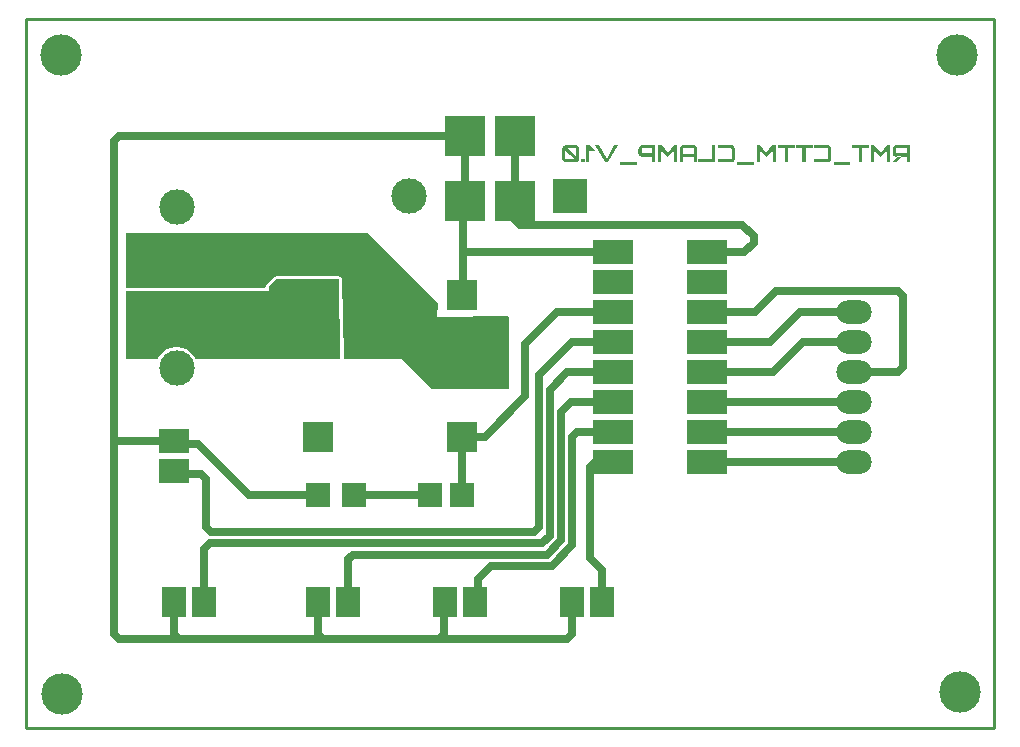
<source format=gbr>
%FSTAX23Y23*%
%MOIN*%
%SFA1B1*%

%IPPOS*%
%ADD10R,0.098425X0.098425*%
%ADD11R,0.137795X0.137795*%
%ADD12R,0.118110X0.118110*%
%ADD13C,0.118110*%
%ADD14R,0.137795X0.137795*%
%ADD15R,0.078740X0.098425*%
%ADD16O,0.118110X0.078740*%
%ADD17R,0.137795X0.078740*%
%ADD18R,0.098425X0.078740*%
%ADD19C,0.137795*%
%ADD20R,0.078740X0.078740*%
%ADD21R,0.078740X0.078740*%
%ADD22C,0.010000*%
%ADD23C,0.027559*%
%LNclamp_pcb_copper_signal_bot-1*%
%LPD*%
G36*
X01049Y01233D02*
X01046Y0123D01*
X00565*
X00564Y01232*
X00556Y01243*
X00547Y01253*
X00535Y01261*
X00523Y01266*
X00509Y01269*
X00496*
X00482Y01266*
X0047Y01261*
X00459Y01253*
X00449Y01243*
X00441Y01232*
X0044Y0123*
X00335*
Y01455*
X0081*
Y0147*
X00835Y01495*
X01045*
X01049Y01233*
G37*
G36*
X01375Y01415D02*
X0137Y0137D01*
X01606Y01372*
X0161Y01369*
Y0113*
X01355*
X01255Y0123*
X01064*
X0106Y01233*
X0106Y01233*
X01055Y01495*
X01054Y01497*
X01054Y01498*
X01054Y01498*
X01054Y01499*
X01053Y015*
X01052Y01502*
X01052Y01502*
X01052Y01502*
X0105Y01503*
X01048Y01504*
X01048Y01504*
X01048Y01504*
X01046Y01504*
X01045Y01505*
X00835*
X00831Y01504*
X00827Y01502*
X00802Y01477*
X008Y01473*
X00799Y0147*
Y01465*
X00335*
Y0165*
X0114*
X01375Y01415*
G37*
G36*
X01898Y01921D02*
X01884D01*
X01879Y01926*
Y01885*
X01869*
Y01941*
X01881*
X01898Y01921*
G37*
G36*
X02882Y01885D02*
X02871D01*
Y01926*
X0285Y01901*
X02828Y01926*
Y01885*
X02818*
Y01941*
X02829*
X0285Y01917*
X0287Y01941*
X02882*
Y01885*
G37*
G36*
X02501D02*
X0249D01*
Y01926*
X02469Y01901*
X02447Y01926*
Y01885*
X02437*
Y01941*
X02449*
X02469Y01917*
X02489Y01941*
X02501*
Y01885*
G37*
G36*
X02172D02*
X02161D01*
Y01926*
X0214Y01901*
X02118Y01926*
Y01885*
X02108*
Y01941*
X0212*
X0214Y01917*
X0216Y01941*
X02172*
Y01885*
G37*
G36*
X02946D02*
X02936D01*
Y01904*
X02918Y01904*
X02901Y01885*
X0289*
X0289Y01888*
X02904Y01904*
X02918Y01904*
X02918Y01905*
X02905*
X02904Y01904*
X02901Y01904*
X029Y01904*
X02899Y01904*
X02898Y01905*
X02897Y01905*
X02896Y01905*
X02896Y01905*
X02895Y01905*
X02895Y01906*
X02894Y01906*
X02894Y01907*
X02893Y01907*
X02892Y01908*
X02892Y01909*
X02892Y01909*
X02891Y0191*
X02891Y0191*
X02891Y01911*
X02891Y01912*
X0289Y01912*
X0289Y01913*
X0289Y01914*
X0289Y01915*
Y01915*
Y01915*
Y0193*
X0289Y01931*
X0289Y01932*
X0289Y01933*
X02891Y01934*
X02891Y01935*
X02891Y01935*
X02891Y01936*
X02891Y01936*
X02892Y01937*
X02893Y01937*
X02893Y01938*
X02894Y01939*
X02894Y01939*
X02895Y01939*
X02895Y0194*
X02895Y0194*
X02896Y0194*
X02897Y01941*
X02898Y01941*
X02899Y01941*
X029Y01941*
X029Y01941*
X02946*
Y01885*
G37*
G36*
X01941D02*
X01932D01*
X01899Y01941*
X01911*
X01936Y01897*
X01962Y01941*
X01974*
X01941Y01885*
G37*
G36*
X02812Y01931D02*
X02789Y01931D01*
Y01885*
X02778*
X02778Y01931*
X02755Y01931*
Y01941*
X02812*
Y01931*
G37*
G36*
X02675Y01941D02*
X02676Y01941D01*
X02676Y01941*
X02677Y01941*
X02678Y0194*
X02679Y0194*
X02679Y0194*
X02679Y0194*
X0268Y01939*
X02681Y01939*
X02681Y01938*
X02682Y01937*
X02682Y01937*
X02683Y01936*
X02683Y01936*
X02683Y01936*
X02683Y01935*
X02684Y01934*
X02684Y01933*
X02684Y01932*
X02684Y01931*
X02684Y01931*
Y01931*
Y0193*
Y01896*
X02684Y01895*
X02684Y01894*
X02684Y01893*
X02684Y01892*
X02683Y01891*
X02683Y01891*
X02683Y0189*
X02683Y0189*
X02682Y01889*
X02682Y01889*
X02681Y01888*
X0268Y01887*
X0268Y01887*
X02679Y01887*
X02679Y01886*
X02679Y01886*
X02678Y01886*
X02677Y01885*
X02676Y01885*
X02675Y01885*
X02675Y01885*
X02674Y01885*
X02628*
Y01895*
X02671*
X02672Y01895*
X02673Y01896*
X02673Y01896*
X02673Y01896*
X02674Y01897*
X02674Y01897*
X02674Y01898*
Y01898*
Y01898*
Y01928*
X02674Y01929*
X02674Y0193*
X02673Y0193*
X02673Y0193*
X02673Y01931*
X02672Y01931*
X02671Y01931*
X02628*
Y01941*
X02673*
X02675Y01941*
G37*
G36*
X02623Y01931D02*
X026Y01931D01*
Y01885*
X02589*
X02589Y01931*
X02566Y01931*
Y01941*
X02623*
Y01931*
G37*
G36*
X02563D02*
X0254Y01931D01*
Y01885*
X0253*
X0253Y01931*
X02507Y01931*
Y01941*
X02563*
Y01931*
G37*
G36*
X02353Y01941D02*
X02354Y01941D01*
X02355Y01941*
X02356Y01941*
X02357Y0194*
X02357Y0194*
X02358Y0194*
X02358Y0194*
X02358Y01939*
X02359Y01939*
X0236Y01938*
X0236Y01937*
X02361Y01937*
X02361Y01936*
X02361Y01936*
X02362Y01936*
X02362Y01935*
X02362Y01934*
X02363Y01933*
X02363Y01932*
X02363Y01931*
X02363Y01931*
Y01931*
Y0193*
Y01896*
X02363Y01895*
X02363Y01894*
X02363Y01893*
X02362Y01892*
X02362Y01891*
X02362Y01891*
X02362Y0189*
X02362Y0189*
X02361Y01889*
X0236Y01889*
X0236Y01888*
X02359Y01887*
X02358Y01887*
X02358Y01887*
X02358Y01886*
X02358Y01886*
X02357Y01886*
X02356Y01885*
X02355Y01885*
X02354Y01885*
X02353Y01885*
X02353Y01885*
X02307*
Y01895*
X0235*
X02351Y01895*
X02351Y01896*
X02352Y01896*
X02352Y01896*
X02352Y01897*
X02353Y01897*
X02353Y01898*
Y01898*
Y01898*
Y01928*
X02353Y01929*
X02352Y0193*
X02352Y0193*
X02352Y0193*
X02351Y01931*
X02351Y01931*
X0235Y01931*
X02307*
Y01941*
X02352*
X02353Y01941*
G37*
G36*
X02298Y01885D02*
X02242D01*
Y01895*
X02288*
Y01941*
X02298*
Y01885*
G37*
G36*
X02227Y01941D02*
X02228Y01941D01*
X02229Y01941*
X0223Y01941*
X02231Y0194*
X02231Y0194*
X02232Y0194*
X02232Y0194*
X02233Y01939*
X02233Y01939*
X02234Y01938*
X02235Y01937*
X02235Y01937*
X02235Y01936*
X02236Y01936*
X02236Y01936*
X02236Y01935*
X02237Y01934*
X02237Y01933*
X02237Y01932*
X02237Y01931*
X02237Y01931*
Y01931*
Y0193*
Y01885*
X02227*
Y01904*
X02191*
Y01885*
X02181*
Y0193*
X02181Y01931*
X02181Y01933*
X02181Y01933*
X02181Y01934*
X02182Y01935*
X02182Y01935*
X02182Y01936*
X02182Y01936*
X02183Y01937*
X02183Y01937*
X02184Y01938*
X02185Y01939*
X02185Y01939*
X02186Y0194*
X02186Y0194*
X02186Y0194*
X02187Y0194*
X02188Y01941*
X02189Y01941*
X0219Y01941*
X02191Y01941*
X02191Y01941*
X02226*
X02227Y01941*
G37*
G36*
X02099Y01885D02*
X02089D01*
Y01904*
X02053Y01904*
X02052Y01904*
X02051Y01904*
X0205Y01905*
X0205Y01905*
X02049Y01905*
X02048Y01905*
X02048Y01905*
X02048Y01906*
X02047Y01906*
X02046Y01907*
X02046Y01907*
X02045Y01908*
X02045Y01909*
X02044Y01909*
X02044Y0191*
X02044Y0191*
X02043Y01911*
X02043Y01912*
X02043Y01912*
X02043Y01913*
X02043Y01914*
X02042Y01915*
Y01915*
Y01915*
Y0193*
X02043Y01931*
X02043Y01932*
X02043Y01933*
X02043Y01934*
X02043Y01935*
X02044Y01935*
X02044Y01936*
X02044Y01936*
X02045Y01937*
X02045Y01937*
X02046Y01938*
X02046Y01939*
X02047Y01939*
X02048Y01939*
X02048Y0194*
X02048Y0194*
X02049Y0194*
X0205Y01941*
X02051Y01941*
X02052Y01941*
X02052Y01941*
X02053Y01941*
X02099*
Y01885*
G37*
G36*
X01863D02*
X01852D01*
X01852Y01895*
X01863Y01895*
Y01885*
G37*
G36*
X01835Y01941D02*
X01836Y01941D01*
X01837Y01941*
X01838Y01941*
X01838Y0194*
X01839Y0194*
X01839Y0194*
X01839Y0194*
X0184Y01939*
X01841Y01938*
X01842Y01938*
X01842Y01937*
X01843Y01937*
X01843Y01936*
X01843Y01936*
X01843Y01936*
X01844Y01935*
X01844Y01934*
X01844Y01933*
X01845Y01932*
X01845Y01931*
X01845Y01931*
Y0193*
Y0193*
Y01896*
X01845Y01895*
X01844Y01894*
X01844Y01893*
X01844Y01892*
X01844Y01892*
X01843Y01891*
X01843Y01891*
X01843Y01891*
X01843Y0189*
X01842Y01889*
X01841Y01888*
X01841Y01888*
X0184Y01887*
X0184Y01887*
X01839Y01886*
X01839Y01886*
X01838Y01886*
X01837Y01885*
X01836Y01885*
X01836Y01885*
X01835Y01885*
X01834Y01885*
X018*
X01799Y01885*
X01797Y01885*
X01797Y01885*
X01796Y01886*
X01795Y01886*
X01795Y01886*
X01794Y01886*
X01794Y01886*
X01793Y01887*
X01793Y01888*
X01792Y01888*
X01791Y01889*
X01791Y0189*
X0179Y0189*
X0179Y0189*
X0179Y01891*
X0179Y01892*
X01789Y01893*
X01789Y01893*
X01789Y01894*
X01789Y01895*
X01789Y01896*
Y01896*
Y01896*
Y0193*
X01789Y01931*
X01789Y01932*
X01789Y01933*
X01789Y01934*
X0179Y01935*
X0179Y01935*
X0179Y01936*
X0179Y01936*
X01791Y01937*
X01791Y01937*
X01792Y01938*
X01793Y01939*
X01793Y01939*
X01794Y0194*
X01794Y0194*
X01794Y0194*
X01795Y0194*
X01796Y01941*
X01797Y01941*
X01798Y01941*
X01799Y01941*
X01799Y01941*
X01834*
X01835Y01941*
G37*
G36*
X02749Y01875D02*
X02693D01*
Y01885*
X02749*
Y01875*
G37*
G36*
X02428D02*
X02372D01*
Y01885*
X02428*
Y01875*
G37*
G36*
X02037D02*
X01981D01*
Y01885*
X02037*
Y01875*
G37*
%LNclamp_pcb_copper_signal_bot-2*%
%LPC*%
G36*
X01534Y0123D02*
X01524Y01228D01*
X01516Y01223*
X01515Y01222*
X0151Y01214*
X01508Y01205*
X0151Y01195*
X01515Y01187*
X01523Y01182*
X01532Y0118*
X01542Y01182*
X01549Y01187*
X01551Y01189*
X01556Y01196*
X01558Y01206*
X01556Y01215*
X01551Y01223*
X01543Y01228*
X01534Y0123*
G37*
G36*
X02935Y01931D02*
X02901D01*
X02901Y01931*
X02901Y01931*
X02901Y01931*
X029Y0193*
X029Y0193*
Y0193*
Y0193*
Y01916*
X029Y01915*
X029Y01915*
X02901Y01915*
X02901Y01915*
X02901Y01915*
X02935*
X02936Y01915*
X02936Y01915*
X02936*
X02936Y01915*
X02936Y01915*
Y01915*
Y01916*
Y0193*
X02936Y0193*
X02936Y0193*
X02936Y01931*
Y01931*
X02936Y01931*
X02935Y01931*
G37*
G36*
X02226D02*
X02192D01*
X02192Y01931*
X02192Y01931*
X02191*
X02191Y0193*
X02191Y0193*
Y0193*
Y0193*
Y01914*
X02227*
Y0193*
X02227Y0193*
X02227Y01931*
X02227Y01931*
Y01931*
X02226Y01931*
G37*
G36*
X02088D02*
X02054D01*
X02053Y01931*
X02053Y01931*
X02053Y01931*
X02053Y0193*
X02053Y0193*
Y0193*
Y0193*
Y01916*
X02053Y01915*
X02053Y01915*
X02053Y01915*
X02053Y01915*
X02053Y01915*
X02088*
X02088Y01915*
X02088Y01915*
X02088*
X02089Y01915*
X02089Y01915*
Y01915*
Y01916*
Y0193*
X02089Y0193*
X02088Y0193*
X02088Y01931*
Y01931*
X02088Y01931*
X02088Y01931*
G37*
G36*
X01834Y01931D02*
X01804D01*
X01834Y01905*
Y0193*
X01834Y0193*
X01834Y0193*
X01834Y0193*
Y01931*
X01834Y01931*
X01834Y01931*
G37*
G36*
X01799Y01921D02*
Y01897D01*
X01799Y01896*
X01799Y01896*
X01799Y01896*
X01799Y01896*
X01799Y01896*
X018Y01896*
X0183*
X01799Y01921*
G37*
%LNclamp_pcb_copper_signal_bot-3*%
%LPD*%
G54D10*
X01455Y01442D03*
Y0097D03*
X00975D03*
Y01442D03*
X01534Y01206D03*
G54D11*
X0163Y01755D03*
Y01971D03*
X01464D03*
Y01755D03*
G54D12*
X01815Y01773D03*
G54D13*
X01279Y01773D03*
X00503Y01735D03*
Y01199D03*
G54D14*
X00485Y0155D03*
X00701D03*
Y01385D03*
X00485D03*
G54D15*
X00595Y0042D03*
X00495D03*
X0192D03*
X0182D03*
X01497D03*
X01397D03*
X01075D03*
X00975D03*
G54D16*
X0276Y00985D03*
Y01085D03*
Y01285D03*
Y00885D03*
Y01385D03*
Y01185D03*
G54D17*
X02271Y00885D03*
Y00985D03*
Y01085D03*
Y01185D03*
Y01285D03*
Y01385D03*
Y01485D03*
Y01585D03*
X01958D03*
Y01485D03*
Y01385D03*
Y01285D03*
Y01185D03*
Y01085D03*
Y00985D03*
Y00885D03*
G54D18*
X00495Y00855D03*
Y00955D03*
G54D19*
X00122Y00114D03*
X03113Y0012D03*
X00119Y02241D03*
X03104Y02244D03*
G54D20*
X01455Y00775D03*
X01349D03*
G54D21*
X00974Y00775D03*
X01095D03*
G54D22*
X0Y0D02*
X03228D01*
X0Y02362D02*
X03228D01*
Y0D02*
Y02362D01*
X0Y0D02*
Y02362D01*
G54D23*
X02395Y01585D02*
X02426Y01616D01*
Y01638*
X02389Y01675D02*
X02426Y01638D01*
X01646Y01675D02*
X02389D01*
X02271Y01585D02*
X02395D01*
X025Y01455D02*
X02908D01*
X02925Y01438*
X02908Y01185D02*
X02925Y01201D01*
X0276Y01185D02*
X02908D01*
X02925Y01201D02*
Y01438D01*
X00745Y00775D02*
X00974D01*
X00504Y00945D02*
X00574D01*
X00745Y00775*
X00495Y00955D02*
X00504Y00945D01*
X0163Y01691D02*
Y01971D01*
Y01691D02*
X01646Y01675D01*
X0177Y01385D02*
X01958D01*
X01665Y0128D02*
X0177Y01385D01*
X01665Y01105D02*
Y0128D01*
X0182Y01285D02*
X01958D01*
X0171Y00668D02*
Y01175D01*
X0182Y01285*
X00616Y00652D02*
X01693D01*
X0171Y00668*
X01722Y00615D02*
X01747Y0064D01*
X01753Y0054D02*
X01822Y00609D01*
X01737Y00577D02*
X01785Y00625D01*
X01459Y01585D02*
X01958D01*
X01459Y01447D02*
Y01585D01*
Y0175*
X01378Y00295D02*
X01803D01*
X00295Y00955D02*
D01*
X00495*
X00295Y00311D02*
Y00955D01*
X0249Y01185D02*
X0259Y01285D01*
X02271Y01185D02*
X0249D01*
X0259Y01285D02*
X0276D01*
X0192Y00421D02*
Y00525D01*
X0188Y00565D02*
Y00868D01*
Y00565D02*
X0192Y00525D01*
X0188Y00868D02*
X01896Y00885D01*
X01958*
X00295Y00311D02*
X00311Y00295D01*
X00511*
X00295Y00955D02*
Y01955D01*
X00311Y01971D02*
X01464D01*
X00295Y01955D02*
X00311Y01971D01*
X01459Y0175D02*
X01464Y01755D01*
X01455Y01442D02*
X01459Y01447D01*
X01464Y01755D02*
Y01971D01*
X01532Y01205D02*
X01534Y01206D01*
X01747Y01127D02*
X01805Y01185D01*
X01747Y0064D02*
Y01127D01*
X01805Y01185D02*
X01958D01*
X0153Y0097D02*
X01665Y01105D01*
X01455Y0097D02*
X0153D01*
X01455Y00775D02*
Y0097D01*
Y00775D02*
X01455D01*
X01455Y0097D02*
D01*
X01818Y01085D02*
X01958D01*
X01785Y00625D02*
Y01052D01*
X01818Y01085*
X02271Y01385D02*
X0243D01*
X025Y01455*
X02271Y01285D02*
X0248D01*
X0258Y01385*
X0276*
X00511Y00295D02*
X00991D01*
X00495Y00311D02*
Y0042D01*
Y00311D02*
X00511Y00295D01*
X00583Y00845D02*
X006Y00829D01*
X00504Y00845D02*
X00583D01*
X006Y00668D02*
Y00829D01*
X00595Y00595D02*
X00615Y00615D01*
X00595Y0042D02*
Y00595D01*
X00615Y00615D02*
X01722D01*
X01091Y00577D02*
X01737D01*
X01075Y0042D02*
Y00561D01*
X01091Y00577*
X006Y00668D02*
X00616Y00652D01*
X01507Y00496D02*
X01551Y0054D01*
X01753*
X01822Y00609D02*
Y00968D01*
X01838Y00985D02*
X01958D01*
X01822Y00968D02*
X01838Y00985D01*
X00495Y00855D02*
X00504Y00845D01*
X01095Y00775D02*
X01349D01*
X00965Y00429D02*
X00975Y0042D01*
X00974Y00775D02*
X00975D01*
Y00311D02*
Y0042D01*
Y00311D02*
X00991Y00295D01*
X01378*
X01395Y00311*
Y00417*
X01397Y0042*
X01803Y00295D02*
X0182Y00311D01*
Y0042*
X01497D02*
X01507Y00429D01*
Y00496*
X02271Y01085D02*
X0276D01*
X02271Y00985D02*
X0276D01*
X02271Y00885D02*
X0276D01*
M02*
</source>
